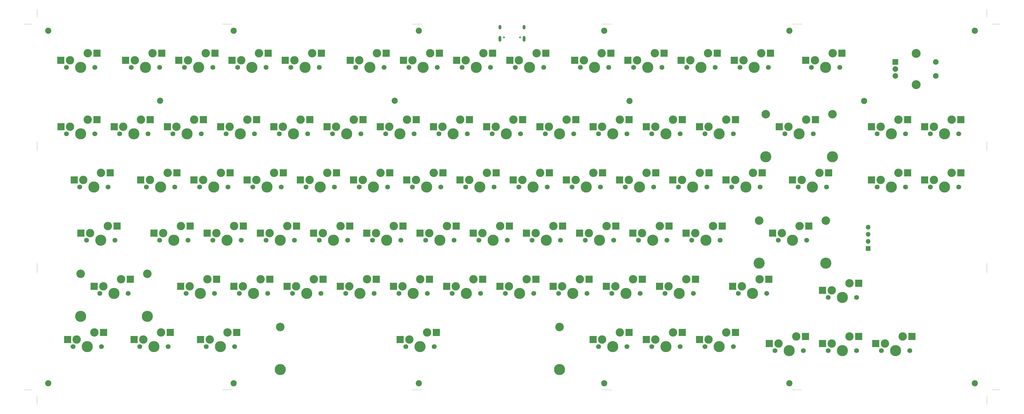
<source format=gbr>
%TF.GenerationSoftware,KiCad,Pcbnew,7.0.9*%
%TF.CreationDate,2024-07-27T11:54:38-04:00*%
%TF.ProjectId,panel,70616e65-6c2e-46b6-9963-61645f706362,0.1*%
%TF.SameCoordinates,Original*%
%TF.FileFunction,Soldermask,Bot*%
%TF.FilePolarity,Negative*%
%FSLAX46Y46*%
G04 Gerber Fmt 4.6, Leading zero omitted, Abs format (unit mm)*
G04 Created by KiCad (PCBNEW 7.0.9) date 2024-07-27 11:54:38*
%MOMM*%
%LPD*%
G01*
G04 APERTURE LIST*
%ADD10C,0.650000*%
%ADD11O,1.000000X2.100000*%
%ADD12O,1.000000X1.600000*%
%ADD13C,0.200000*%
%ADD14C,1.750000*%
%ADD15C,3.000000*%
%ADD16C,3.987800*%
%ADD17R,2.550000X2.500000*%
%ADD18C,2.200000*%
%ADD19R,1.700000X1.700000*%
%ADD20O,1.700000X1.700000*%
%ADD21C,3.048000*%
%ADD22R,2.000000X2.000000*%
%ADD23C,2.000000*%
%ADD24C,3.200000*%
G04 APERTURE END LIST*
D10*
%TO.C,USB1*%
X212878000Y-29736000D03*
X207098000Y-29736000D03*
D11*
X214308000Y-30266000D03*
D12*
X214308000Y-26086000D03*
D11*
X205668000Y-30266000D03*
D12*
X205668000Y-26086000D03*
%TD*%
D13*
%TO.C,KiKit_MB_11_3*%
X244642857Y-156000000D03*
%TD*%
%TO.C,KiKit_MB_20_3*%
X382833333Y-156000000D03*
%TD*%
%TO.C,KiKit_MB_19_5*%
X383666666Y-25000000D03*
%TD*%
%TO.C,KiKit_MB_3_8*%
X380000000Y-70166667D03*
%TD*%
D14*
%TO.C,SW81*%
X340671000Y-83334000D03*
D15*
X341941000Y-80794000D03*
D16*
X345751000Y-83334000D03*
D15*
X348291000Y-78254000D03*
D14*
X350831000Y-83334000D03*
D17*
X338666000Y-80794000D03*
X351593000Y-78254000D03*
%TD*%
D13*
%TO.C,KiKit_MB_7_2*%
X242928571Y-25000000D03*
%TD*%
%TO.C,KiKit_MB_15_6*%
X40000000Y-160583333D03*
%TD*%
D14*
%TO.C,SW14*%
X50477000Y-64293000D03*
D15*
X51747000Y-61753000D03*
D16*
X55557000Y-64293000D03*
D15*
X58097000Y-59213000D03*
D14*
X60637000Y-64293000D03*
D17*
X48472000Y-61753000D03*
X61399000Y-59213000D03*
%TD*%
D14*
%TO.C,SW54*%
X317157000Y-40481000D03*
D15*
X318427000Y-37941000D03*
D16*
X322237000Y-40481000D03*
D15*
X324777000Y-35401000D03*
D14*
X327317000Y-40481000D03*
D17*
X315152000Y-37941000D03*
X328079000Y-35401000D03*
%TD*%
D13*
%TO.C,KiKit_MB_4_8*%
X380000000Y-113833333D03*
%TD*%
D18*
%TO.C,*%
X176646000Y-153630000D03*
%TD*%
D14*
%TO.C,SW33*%
X155252500Y-83343000D03*
D15*
X156522500Y-80803000D03*
D16*
X160332500Y-83343000D03*
D15*
X162872500Y-78263000D03*
D14*
X165412500Y-83343000D03*
D17*
X153247500Y-80803000D03*
X166174500Y-78263000D03*
%TD*%
D13*
%TO.C,KiKit_MB_7_7*%
X245071428Y-25000000D03*
%TD*%
%TO.C,KiKit_MB_7_3*%
X243357142Y-25000000D03*
%TD*%
%TO.C,KiKit_MB_9_6*%
X107357143Y-156000000D03*
%TD*%
D14*
%TO.C,SW34*%
X174302500Y-83343000D03*
D15*
X175572500Y-80803000D03*
D16*
X179382500Y-83343000D03*
D15*
X181922500Y-78263000D03*
D14*
X184462500Y-83343000D03*
D17*
X172297500Y-80803000D03*
X185224500Y-78263000D03*
%TD*%
D13*
%TO.C,KiKit_MB_19_1*%
X382000000Y-25000000D03*
%TD*%
D18*
%TO.C,REF\u002A\u002A*%
X43980000Y-153630000D03*
%TD*%
D14*
%TO.C,SW68*%
X290983500Y-121443000D03*
D15*
X292253500Y-118903000D03*
D16*
X296063500Y-121443000D03*
D15*
X298603500Y-116363000D03*
D14*
X301143500Y-121443000D03*
D17*
X288978500Y-118903000D03*
X301905500Y-116363000D03*
%TD*%
D13*
%TO.C,KiKit_MB_13_3*%
X40000000Y-20833334D03*
%TD*%
D19*
%TO.C,OLED1*%
X337497000Y-105379000D03*
D20*
X337497000Y-102839000D03*
X337497000Y-100299000D03*
X337497000Y-97759000D03*
%TD*%
D13*
%TO.C,KiKit_MB_9_5*%
X107785715Y-156000000D03*
%TD*%
%TO.C,KiKit_MB_20_6*%
X384083333Y-156000000D03*
%TD*%
%TO.C,KiKit_MB_5_8*%
X109500000Y-25000000D03*
%TD*%
%TO.C,KiKit_MB_11_4*%
X244214285Y-156000000D03*
%TD*%
D21*
%TO.C,SW56*%
X55525500Y-114458000D03*
D16*
X55525500Y-129698000D03*
D14*
X62383500Y-121443000D03*
D15*
X63653500Y-118903000D03*
D16*
X67463500Y-121443000D03*
D15*
X70003500Y-116363000D03*
D14*
X72543500Y-121443000D03*
D21*
X79401500Y-114458000D03*
D16*
X79401500Y-129698000D03*
D17*
X60378500Y-118903000D03*
X73305500Y-116363000D03*
%TD*%
D13*
%TO.C,KiKit_MB_10_1*%
X177500000Y-156000000D03*
%TD*%
D14*
%TO.C,SW10*%
X234413000Y-40501000D03*
D15*
X235683000Y-37961000D03*
D16*
X239493000Y-40501000D03*
D15*
X242033000Y-35421000D03*
D14*
X244573000Y-40501000D03*
D17*
X232408000Y-37961000D03*
X245335000Y-35421000D03*
%TD*%
D18*
%TO.C,*%
X110306000Y-27355000D03*
%TD*%
D13*
%TO.C,KiKit_MB_14_7*%
X380000000Y-22500000D03*
%TD*%
%TO.C,KiKit_MB_2_5*%
X40000000Y-112119047D03*
%TD*%
%TO.C,KiKit_MB_18_5*%
X37166667Y-156000000D03*
%TD*%
D14*
%TO.C,SW22*%
X202877000Y-64293000D03*
D15*
X204147000Y-61753000D03*
D16*
X207957000Y-64293000D03*
D15*
X210497000Y-59213000D03*
D14*
X213037000Y-64293000D03*
D17*
X200872000Y-61753000D03*
X213799000Y-59213000D03*
%TD*%
D13*
%TO.C,KiKit_MB_3_3*%
X380000000Y-68023810D03*
%TD*%
%TO.C,KiKit_MB_9_2*%
X109071429Y-156000000D03*
%TD*%
D14*
%TO.C,SW30*%
X98102500Y-83343000D03*
D15*
X99372500Y-80803000D03*
D16*
X103182500Y-83343000D03*
D15*
X105722500Y-78263000D03*
D14*
X108262500Y-83343000D03*
D17*
X96097500Y-80803000D03*
X109024500Y-78263000D03*
%TD*%
D13*
%TO.C,KiKit_MB_10_7*%
X174928572Y-156000000D03*
%TD*%
D18*
%TO.C,*%
X167961000Y-52473000D03*
%TD*%
D13*
%TO.C,KiKit_MB_11_7*%
X242928571Y-156000000D03*
%TD*%
%TO.C,KiKit_MB_20_1*%
X382000000Y-156000000D03*
%TD*%
%TO.C,KiKit_MB_8_5*%
X312214285Y-25000000D03*
%TD*%
D14*
%TO.C,SW36*%
X212402500Y-83343000D03*
D15*
X213672500Y-80803000D03*
D16*
X217482500Y-83343000D03*
D15*
X220022500Y-78263000D03*
D14*
X222562500Y-83343000D03*
D17*
X210397500Y-80803000D03*
X223324500Y-78263000D03*
%TD*%
D13*
%TO.C,KiKit_MB_5_6*%
X108642858Y-25000000D03*
%TD*%
%TO.C,KiKit_MB_1_7*%
X40000000Y-67595239D03*
%TD*%
%TO.C,KiKit_MB_15_2*%
X40000000Y-158916666D03*
%TD*%
D14*
%TO.C,SW59*%
X131439500Y-121443000D03*
D15*
X132709500Y-118903000D03*
D16*
X136519500Y-121443000D03*
D15*
X139059500Y-116363000D03*
D14*
X141599500Y-121443000D03*
D17*
X129434500Y-118903000D03*
X142361500Y-116363000D03*
%TD*%
D14*
%TO.C,SW3*%
X92713000Y-40501000D03*
D15*
X93983000Y-37961000D03*
D16*
X97793000Y-40501000D03*
D15*
X100333000Y-35421000D03*
D14*
X102873000Y-40501000D03*
D17*
X90708000Y-37961000D03*
X103635000Y-35421000D03*
%TD*%
D14*
%TO.C,SW78*%
X323160000Y-141982000D03*
D15*
X324430000Y-139442000D03*
D16*
X328240000Y-141982000D03*
D15*
X330780000Y-136902000D03*
D14*
X333320000Y-141982000D03*
D17*
X321155000Y-139442000D03*
X334082000Y-136902000D03*
%TD*%
D13*
%TO.C,KiKit_MB_6_3*%
X175357143Y-25000000D03*
%TD*%
D14*
%TO.C,SW7*%
X173088000Y-40501000D03*
D15*
X174358000Y-37961000D03*
D16*
X178168000Y-40501000D03*
D15*
X180708000Y-35421000D03*
D14*
X183248000Y-40501000D03*
D17*
X171083000Y-37961000D03*
X184010000Y-35421000D03*
%TD*%
D13*
%TO.C,KiKit_MB_12_6*%
X311357142Y-156000000D03*
%TD*%
D14*
%TO.C,SW62*%
X188589500Y-121443000D03*
D15*
X189859500Y-118903000D03*
D16*
X193669500Y-121443000D03*
D15*
X196209500Y-116363000D03*
D14*
X198749500Y-121443000D03*
D17*
X186584500Y-118903000D03*
X199511500Y-116363000D03*
%TD*%
D13*
%TO.C,KiKit_MB_12_1*%
X313500000Y-156000000D03*
%TD*%
%TO.C,KiKit_MB_12_4*%
X312214285Y-156000000D03*
%TD*%
%TO.C,KiKit_MB_18_4*%
X36750000Y-156000000D03*
%TD*%
%TO.C,KiKit_MB_8_2*%
X310928571Y-25000000D03*
%TD*%
D14*
%TO.C,SW35*%
X193352500Y-83343000D03*
D15*
X194622500Y-80803000D03*
D16*
X198432500Y-83343000D03*
D15*
X200972500Y-78263000D03*
D14*
X203512500Y-83343000D03*
D17*
X191347500Y-80803000D03*
X204274500Y-78263000D03*
%TD*%
D13*
%TO.C,KiKit_MB_2_7*%
X40000000Y-111261904D03*
%TD*%
%TO.C,KiKit_MB_4_7*%
X380000000Y-113404761D03*
%TD*%
%TO.C,KiKit_MB_4_2*%
X380000000Y-111261904D03*
%TD*%
D18*
%TO.C,*%
X252021000Y-52560000D03*
%TD*%
D14*
%TO.C,SW19*%
X145727000Y-64293000D03*
D15*
X146997000Y-61753000D03*
D16*
X150807000Y-64293000D03*
D15*
X153347000Y-59213000D03*
D14*
X155887000Y-64293000D03*
D17*
X143722000Y-61753000D03*
X156649000Y-59213000D03*
%TD*%
D13*
%TO.C,KiKit_MB_7_6*%
X244642857Y-25000000D03*
%TD*%
%TO.C,KiKit_MB_11_5*%
X243785714Y-156000000D03*
%TD*%
D14*
%TO.C,SW76*%
X279076500Y-140493000D03*
D15*
X280346500Y-137953000D03*
D16*
X284156500Y-140493000D03*
D15*
X286696500Y-135413000D03*
D14*
X289236500Y-140493000D03*
D17*
X277071500Y-137953000D03*
X289998500Y-135413000D03*
%TD*%
D14*
%TO.C,SW15*%
X69527000Y-64293000D03*
D15*
X70797000Y-61753000D03*
D16*
X74607000Y-64293000D03*
D15*
X77147000Y-59213000D03*
D14*
X79687000Y-64293000D03*
D17*
X67522000Y-61753000D03*
X80449000Y-59213000D03*
%TD*%
D13*
%TO.C,KiKit_MB_19_4*%
X383250000Y-25000000D03*
%TD*%
D14*
%TO.C,SW53*%
X274314500Y-102393000D03*
D15*
X275584500Y-99853000D03*
D16*
X279394500Y-102393000D03*
D15*
X281934500Y-97313000D03*
D14*
X284474500Y-102393000D03*
D17*
X272309500Y-99853000D03*
X285236500Y-97313000D03*
%TD*%
D13*
%TO.C,KiKit_MB_8_7*%
X313071428Y-25000000D03*
%TD*%
D18*
%TO.C,*%
X375645000Y-153630000D03*
%TD*%
D14*
%TO.C,SW25*%
X260027000Y-64293000D03*
D15*
X261297000Y-61753000D03*
D16*
X265107000Y-64293000D03*
D15*
X267647000Y-59213000D03*
D14*
X270187000Y-64293000D03*
D17*
X258022000Y-61753000D03*
X270949000Y-59213000D03*
%TD*%
D13*
%TO.C,KiKit_MB_13_4*%
X40000000Y-21250000D03*
%TD*%
%TO.C,KiKit_MB_10_3*%
X176642858Y-156000000D03*
%TD*%
%TO.C,KiKit_MB_9_3*%
X108642858Y-156000000D03*
%TD*%
%TO.C,KiKit_MB_3_2*%
X380000000Y-67595239D03*
%TD*%
%TO.C,KiKit_MB_7_8*%
X245500000Y-25000000D03*
%TD*%
D14*
%TO.C,SW5*%
X130813000Y-40501000D03*
D15*
X132083000Y-37961000D03*
D16*
X135893000Y-40501000D03*
D15*
X138433000Y-35421000D03*
D14*
X140973000Y-40501000D03*
D17*
X128808000Y-37961000D03*
X141735000Y-35421000D03*
%TD*%
D13*
%TO.C,KiKit_MB_6_6*%
X176642858Y-25000000D03*
%TD*%
%TO.C,KiKit_MB_9_4*%
X108214286Y-156000000D03*
%TD*%
D14*
%TO.C,SW57*%
X93339500Y-121443000D03*
D15*
X94609500Y-118903000D03*
D16*
X98419500Y-121443000D03*
D15*
X100959500Y-116363000D03*
D14*
X103499500Y-121443000D03*
D17*
X91334500Y-118903000D03*
X104261500Y-116363000D03*
%TD*%
D13*
%TO.C,KiKit_MB_6_8*%
X177500000Y-25000000D03*
%TD*%
%TO.C,KiKit_MB_13_6*%
X40000000Y-22083334D03*
%TD*%
%TO.C,KiKit_MB_16_3*%
X380000000Y-159333333D03*
%TD*%
%TO.C,KiKit_MB_7_4*%
X243785714Y-25000000D03*
%TD*%
D14*
%TO.C,SW38*%
X250502500Y-83343000D03*
D15*
X251772500Y-80803000D03*
D16*
X255582500Y-83343000D03*
D15*
X258122500Y-78263000D03*
D14*
X260662500Y-83343000D03*
D17*
X248497500Y-80803000D03*
X261424500Y-78263000D03*
%TD*%
D13*
%TO.C,KiKit_MB_6_5*%
X176214286Y-25000000D03*
%TD*%
D14*
%TO.C,SW20*%
X164777000Y-64293000D03*
D15*
X166047000Y-61753000D03*
D16*
X169857000Y-64293000D03*
D15*
X172397000Y-59213000D03*
D14*
X174937000Y-64293000D03*
D17*
X162772000Y-61753000D03*
X175699000Y-59213000D03*
%TD*%
D13*
%TO.C,KiKit_MB_11_6*%
X243357142Y-156000000D03*
%TD*%
D14*
%TO.C,SW11*%
X253463000Y-40501000D03*
D15*
X254733000Y-37961000D03*
D16*
X258543000Y-40501000D03*
D15*
X261083000Y-35421000D03*
D14*
X263623000Y-40501000D03*
D17*
X251458000Y-37961000D03*
X264385000Y-35421000D03*
%TD*%
D18*
%TO.C,*%
X43973000Y-27355000D03*
%TD*%
D21*
%TO.C,SW73*%
X127000600Y-133508000D03*
D16*
X127000600Y-148748000D03*
D14*
X171920500Y-140493000D03*
D15*
X173190500Y-137953000D03*
D16*
X177000500Y-140493000D03*
D15*
X179540500Y-135413000D03*
D14*
X182080500Y-140493000D03*
D21*
X227000400Y-133508000D03*
D16*
X227000400Y-148748000D03*
D17*
X169915500Y-137953000D03*
X182842500Y-135413000D03*
%TD*%
D13*
%TO.C,KiKit_MB_2_8*%
X40000000Y-110833333D03*
%TD*%
%TO.C,KiKit_MB_2_2*%
X40000000Y-113404761D03*
%TD*%
%TO.C,KiKit_MB_15_3*%
X40000000Y-159333333D03*
%TD*%
%TO.C,KiKit_MB_6_1*%
X174500000Y-25000000D03*
%TD*%
%TO.C,KiKit_MB_4_3*%
X380000000Y-111690476D03*
%TD*%
%TO.C,KiKit_MB_7_1*%
X242500000Y-25000000D03*
%TD*%
%TO.C,KiKit_MB_14_4*%
X380000000Y-21250000D03*
%TD*%
%TO.C,KiKit_MB_1_1*%
X40000000Y-70166667D03*
%TD*%
D14*
%TO.C,SW74*%
X240976500Y-140493000D03*
D15*
X242246500Y-137953000D03*
D16*
X246056500Y-140493000D03*
D15*
X248596500Y-135413000D03*
D14*
X251136500Y-140493000D03*
D17*
X238971500Y-137953000D03*
X251898500Y-135413000D03*
%TD*%
D18*
%TO.C,*%
X309312000Y-153630000D03*
%TD*%
D13*
%TO.C,KiKit_MB_13_2*%
X40000000Y-20416667D03*
%TD*%
D14*
%TO.C,SW61*%
X169539500Y-121443000D03*
D15*
X170809500Y-118903000D03*
D16*
X174619500Y-121443000D03*
D15*
X177159500Y-116363000D03*
D14*
X179699500Y-121443000D03*
D17*
X167534500Y-118903000D03*
X180461500Y-116363000D03*
%TD*%
D14*
%TO.C,SW80*%
X340671000Y-64284000D03*
D15*
X341941000Y-61744000D03*
D16*
X345751000Y-64284000D03*
D15*
X348291000Y-59204000D03*
D14*
X350831000Y-64284000D03*
D17*
X338666000Y-61744000D03*
X351593000Y-59204000D03*
%TD*%
D13*
%TO.C,KiKit_MB_19_6*%
X384083333Y-25000000D03*
%TD*%
%TO.C,KiKit_MB_4_1*%
X380000000Y-110833333D03*
%TD*%
%TO.C,KiKit_MB_9_8*%
X106500000Y-156000000D03*
%TD*%
%TO.C,KiKit_MB_7_5*%
X244214285Y-25000000D03*
%TD*%
D14*
%TO.C,SW32*%
X136202500Y-83343000D03*
D15*
X137472500Y-80803000D03*
D16*
X141282500Y-83343000D03*
D15*
X143822500Y-78263000D03*
D14*
X146362500Y-83343000D03*
D17*
X134197500Y-80803000D03*
X147124500Y-78263000D03*
%TD*%
D14*
%TO.C,SW42*%
X57620500Y-102393000D03*
D15*
X58890500Y-99853000D03*
D16*
X62700500Y-102393000D03*
D15*
X65240500Y-97313000D03*
D14*
X67780500Y-102393000D03*
D17*
X55615500Y-99853000D03*
X68542500Y-97313000D03*
%TD*%
D18*
%TO.C,*%
X375638000Y-27355000D03*
%TD*%
D13*
%TO.C,KiKit_MB_14_1*%
X380000000Y-20000000D03*
%TD*%
D18*
%TO.C,*%
X242972000Y-27355000D03*
%TD*%
D14*
%TO.C,SW84*%
X342210000Y-141982000D03*
D15*
X343480000Y-139442000D03*
D16*
X347290000Y-141982000D03*
D15*
X349830000Y-136902000D03*
D14*
X352370000Y-141982000D03*
D17*
X340205000Y-139442000D03*
X353132000Y-136902000D03*
%TD*%
D13*
%TO.C,KiKit_MB_14_5*%
X380000000Y-21666667D03*
%TD*%
%TO.C,KiKit_MB_10_4*%
X176214286Y-156000000D03*
%TD*%
%TO.C,KiKit_MB_1_3*%
X40000000Y-69309524D03*
%TD*%
%TO.C,KiKit_MB_17_4*%
X36750000Y-25000000D03*
%TD*%
D14*
%TO.C,SW50*%
X217164500Y-102393000D03*
D15*
X218434500Y-99853000D03*
D16*
X222244500Y-102393000D03*
D15*
X224784500Y-97313000D03*
D14*
X227324500Y-102393000D03*
D17*
X215159500Y-99853000D03*
X228086500Y-97313000D03*
%TD*%
D14*
%TO.C,SW49*%
X198114500Y-102393000D03*
D15*
X199384500Y-99853000D03*
D16*
X203194500Y-102393000D03*
D15*
X205734500Y-97313000D03*
D14*
X208274500Y-102393000D03*
D17*
X196109500Y-99853000D03*
X209036500Y-97313000D03*
%TD*%
D13*
%TO.C,KiKit_MB_17_5*%
X37166667Y-25000000D03*
%TD*%
D14*
%TO.C,SW48*%
X179064500Y-102393000D03*
D15*
X180334500Y-99853000D03*
D16*
X184144500Y-102393000D03*
D15*
X186684500Y-97313000D03*
D14*
X189224500Y-102393000D03*
D17*
X177059500Y-99853000D03*
X189986500Y-97313000D03*
%TD*%
D13*
%TO.C,KiKit_MB_17_2*%
X35916667Y-25000000D03*
%TD*%
%TO.C,KiKit_MB_18_1*%
X35500000Y-156000000D03*
%TD*%
D14*
%TO.C,SW51*%
X236214500Y-102393000D03*
D15*
X237484500Y-99853000D03*
D16*
X241294500Y-102393000D03*
D15*
X243834500Y-97313000D03*
D14*
X246374500Y-102393000D03*
D17*
X234209500Y-99853000D03*
X247136500Y-97313000D03*
%TD*%
D13*
%TO.C,KiKit_MB_18_2*%
X35916667Y-156000000D03*
%TD*%
D21*
%TO.C,SW27*%
X300794000Y-57308000D03*
D16*
X300794000Y-72548000D03*
D14*
X307652000Y-64293000D03*
D15*
X308922000Y-61753000D03*
D16*
X312732000Y-64293000D03*
D15*
X315272000Y-59213000D03*
D14*
X317812000Y-64293000D03*
D21*
X324670000Y-57308000D03*
D16*
X324670000Y-72548000D03*
D17*
X305647000Y-61753000D03*
X318574000Y-59213000D03*
%TD*%
D13*
%TO.C,KiKit_MB_12_8*%
X310500000Y-156000000D03*
%TD*%
%TO.C,KiKit_MB_15_7*%
X40000000Y-161000000D03*
%TD*%
%TO.C,KiKit_MB_14_2*%
X380000000Y-20416667D03*
%TD*%
%TO.C,KiKit_MB_8_8*%
X313500000Y-25000000D03*
%TD*%
%TO.C,KiKit_MB_16_7*%
X380000000Y-161000000D03*
%TD*%
D18*
%TO.C,*%
X83961000Y-52473000D03*
%TD*%
D14*
%TO.C,SW40*%
X288602500Y-83343000D03*
D15*
X289872500Y-80803000D03*
D16*
X293682500Y-83343000D03*
D15*
X296222500Y-78263000D03*
D14*
X298762500Y-83343000D03*
D17*
X286597500Y-80803000D03*
X299524500Y-78263000D03*
%TD*%
D14*
%TO.C,SW39*%
X269552500Y-83343000D03*
D15*
X270822500Y-80803000D03*
D16*
X274632500Y-83343000D03*
D15*
X277172500Y-78263000D03*
D14*
X279712500Y-83343000D03*
D17*
X267547500Y-80803000D03*
X280474500Y-78263000D03*
%TD*%
D13*
%TO.C,KiKit_MB_8_1*%
X310500000Y-25000000D03*
%TD*%
D14*
%TO.C,SW23*%
X221927000Y-64293000D03*
D15*
X223197000Y-61753000D03*
D16*
X227007000Y-64293000D03*
D15*
X229547000Y-59213000D03*
D14*
X232087000Y-64293000D03*
D17*
X219922000Y-61753000D03*
X232849000Y-59213000D03*
%TD*%
D14*
%TO.C,SW2*%
X73663000Y-40501000D03*
D15*
X74933000Y-37961000D03*
D16*
X78743000Y-40501000D03*
D15*
X81283000Y-35421000D03*
D14*
X83823000Y-40501000D03*
D17*
X71658000Y-37961000D03*
X84585000Y-35421000D03*
%TD*%
D13*
%TO.C,KiKit_MB_17_7*%
X38000000Y-25000000D03*
%TD*%
D18*
%TO.C,*%
X309305000Y-27355000D03*
%TD*%
D13*
%TO.C,KiKit_MB_12_3*%
X312642857Y-156000000D03*
%TD*%
D14*
%TO.C,SW70*%
X52856500Y-140493000D03*
D15*
X54126500Y-137953000D03*
D16*
X57936500Y-140493000D03*
D15*
X60476500Y-135413000D03*
D14*
X63016500Y-140493000D03*
D17*
X50851500Y-137953000D03*
X63778500Y-135413000D03*
%TD*%
D13*
%TO.C,KiKit_MB_1_8*%
X40000000Y-67166667D03*
%TD*%
D14*
%TO.C,SW47*%
X160014500Y-102393000D03*
D15*
X161284500Y-99853000D03*
D16*
X165094500Y-102393000D03*
D15*
X167634500Y-97313000D03*
D14*
X170174500Y-102393000D03*
D17*
X158009500Y-99853000D03*
X170936500Y-97313000D03*
%TD*%
D14*
%TO.C,SW71*%
X76669500Y-140493000D03*
D15*
X77939500Y-137953000D03*
D16*
X81749500Y-140493000D03*
D15*
X84289500Y-135413000D03*
D14*
X86829500Y-140493000D03*
D17*
X74664500Y-137953000D03*
X87591500Y-135413000D03*
%TD*%
D13*
%TO.C,KiKit_MB_10_6*%
X175357143Y-156000000D03*
%TD*%
%TO.C,KiKit_MB_3_5*%
X380000000Y-68880953D03*
%TD*%
D14*
%TO.C,SW72*%
X100482500Y-140493000D03*
D15*
X101752500Y-137953000D03*
D16*
X105562500Y-140493000D03*
D15*
X108102500Y-135413000D03*
D14*
X110642500Y-140493000D03*
D17*
X98477500Y-137953000D03*
X111404500Y-135413000D03*
%TD*%
D14*
%TO.C,SW69*%
X323160000Y-122932000D03*
D15*
X324430000Y-120392000D03*
D16*
X328240000Y-122932000D03*
D15*
X330780000Y-117852000D03*
D14*
X333320000Y-122932000D03*
D17*
X321155000Y-120392000D03*
X334082000Y-117852000D03*
%TD*%
D13*
%TO.C,KiKit_MB_17_6*%
X37583334Y-25000000D03*
%TD*%
%TO.C,KiKit_MB_20_2*%
X382416666Y-156000000D03*
%TD*%
%TO.C,KiKit_MB_13_5*%
X40000000Y-21666667D03*
%TD*%
%TO.C,KiKit_MB_9_1*%
X109500000Y-156000000D03*
%TD*%
%TO.C,KiKit_MB_5_4*%
X107785715Y-25000000D03*
%TD*%
%TO.C,KiKit_MB_13_1*%
X40000000Y-20000000D03*
%TD*%
%TO.C,KiKit_MB_2_3*%
X40000000Y-112976190D03*
%TD*%
%TO.C,KiKit_MB_6_2*%
X174928572Y-25000000D03*
%TD*%
D14*
%TO.C,SW13*%
X291563000Y-40501000D03*
D15*
X292833000Y-37961000D03*
D16*
X296643000Y-40501000D03*
D15*
X299183000Y-35421000D03*
D14*
X301723000Y-40501000D03*
D17*
X289558000Y-37961000D03*
X302485000Y-35421000D03*
%TD*%
D13*
%TO.C,KiKit_MB_11_1*%
X245500000Y-156000000D03*
%TD*%
%TO.C,KiKit_MB_12_5*%
X311785714Y-156000000D03*
%TD*%
%TO.C,KiKit_MB_19_7*%
X384500000Y-25000000D03*
%TD*%
D14*
%TO.C,SW65*%
X245739500Y-121443000D03*
D15*
X247009500Y-118903000D03*
D16*
X250819500Y-121443000D03*
D15*
X253359500Y-116363000D03*
D14*
X255899500Y-121443000D03*
D17*
X243734500Y-118903000D03*
X256661500Y-116363000D03*
%TD*%
D14*
%TO.C,SW12*%
X272513000Y-40501000D03*
D15*
X273783000Y-37961000D03*
D16*
X277593000Y-40501000D03*
D15*
X280133000Y-35421000D03*
D14*
X282673000Y-40501000D03*
D17*
X270508000Y-37961000D03*
X283435000Y-35421000D03*
%TD*%
D14*
%TO.C,SW44*%
X102864500Y-102393000D03*
D15*
X104134500Y-99853000D03*
D16*
X107944500Y-102393000D03*
D15*
X110484500Y-97313000D03*
D14*
X113024500Y-102393000D03*
D17*
X100859500Y-99853000D03*
X113786500Y-97313000D03*
%TD*%
D13*
%TO.C,KiKit_MB_15_1*%
X40000000Y-158500000D03*
%TD*%
D14*
%TO.C,SW75*%
X260026500Y-140493000D03*
D15*
X261296500Y-137953000D03*
D16*
X265106500Y-140493000D03*
D15*
X267646500Y-135413000D03*
D14*
X270186500Y-140493000D03*
D17*
X258021500Y-137953000D03*
X270948500Y-135413000D03*
%TD*%
D13*
%TO.C,KiKit_MB_9_7*%
X106928572Y-156000000D03*
%TD*%
D18*
%TO.C,*%
X336021000Y-52560000D03*
%TD*%
D13*
%TO.C,KiKit_MB_12_2*%
X313071428Y-156000000D03*
%TD*%
D22*
%TO.C,ROTARY1*%
X347202000Y-38583000D03*
D23*
X347202000Y-43583000D03*
X347202000Y-41083000D03*
D24*
X354702000Y-35483000D03*
X354702000Y-46683000D03*
D23*
X361702000Y-43583000D03*
X361702000Y-38583000D03*
%TD*%
D13*
%TO.C,KiKit_MB_3_7*%
X380000000Y-69738096D03*
%TD*%
D14*
%TO.C,SW58*%
X112389500Y-121443000D03*
D15*
X113659500Y-118903000D03*
D16*
X117469500Y-121443000D03*
D15*
X120009500Y-116363000D03*
D14*
X122549500Y-121443000D03*
D17*
X110384500Y-118903000D03*
X123311500Y-116363000D03*
%TD*%
D13*
%TO.C,KiKit_MB_20_4*%
X383250000Y-156000000D03*
%TD*%
%TO.C,KiKit_MB_16_5*%
X380000000Y-160166666D03*
%TD*%
%TO.C,KiKit_MB_19_3*%
X382833333Y-25000000D03*
%TD*%
D14*
%TO.C,SW45*%
X121914500Y-102393000D03*
D15*
X123184500Y-99853000D03*
D16*
X126994500Y-102393000D03*
D15*
X129534500Y-97313000D03*
D14*
X132074500Y-102393000D03*
D17*
X119909500Y-99853000D03*
X132836500Y-97313000D03*
%TD*%
D21*
%TO.C,SW55*%
X298412500Y-95408000D03*
D16*
X298412500Y-110648000D03*
D14*
X305270500Y-102393000D03*
D15*
X306540500Y-99853000D03*
D16*
X310350500Y-102393000D03*
D15*
X312890500Y-97313000D03*
D14*
X315430500Y-102393000D03*
D21*
X322288500Y-95408000D03*
D16*
X322288500Y-110648000D03*
D17*
X303265500Y-99853000D03*
X316192500Y-97313000D03*
%TD*%
D18*
%TO.C,*%
X110313000Y-153630000D03*
%TD*%
D13*
%TO.C,KiKit_MB_14_6*%
X380000000Y-22083334D03*
%TD*%
D14*
%TO.C,SW63*%
X207639500Y-121443000D03*
D15*
X208909500Y-118903000D03*
D16*
X212719500Y-121443000D03*
D15*
X215259500Y-116363000D03*
D14*
X217799500Y-121443000D03*
D17*
X205634500Y-118903000D03*
X218561500Y-116363000D03*
%TD*%
D13*
%TO.C,KiKit_MB_8_3*%
X311357142Y-25000000D03*
%TD*%
%TO.C,KiKit_MB_1_2*%
X40000000Y-69738096D03*
%TD*%
%TO.C,KiKit_MB_16_6*%
X380000000Y-160583333D03*
%TD*%
%TO.C,KiKit_MB_17_3*%
X36333334Y-25000000D03*
%TD*%
%TO.C,KiKit_MB_2_6*%
X40000000Y-111690476D03*
%TD*%
D14*
%TO.C,SW52*%
X255264500Y-102393000D03*
D15*
X256534500Y-99853000D03*
D16*
X260344500Y-102393000D03*
D15*
X262884500Y-97313000D03*
D14*
X265424500Y-102393000D03*
D17*
X253259500Y-99853000D03*
X266186500Y-97313000D03*
%TD*%
D13*
%TO.C,KiKit_MB_8_4*%
X311785714Y-25000000D03*
%TD*%
%TO.C,KiKit_MB_5_5*%
X108214286Y-25000000D03*
%TD*%
D14*
%TO.C,SW31*%
X117152500Y-83343000D03*
D15*
X118422500Y-80803000D03*
D16*
X122232500Y-83343000D03*
D15*
X124772500Y-78263000D03*
D14*
X127312500Y-83343000D03*
D17*
X115147500Y-80803000D03*
X128074500Y-78263000D03*
%TD*%
D13*
%TO.C,KiKit_MB_4_5*%
X380000000Y-112547619D03*
%TD*%
D14*
%TO.C,SW21*%
X183827000Y-64293000D03*
D15*
X185097000Y-61753000D03*
D16*
X188907000Y-64293000D03*
D15*
X191447000Y-59213000D03*
D14*
X193987000Y-64293000D03*
D17*
X181822000Y-61753000D03*
X194749000Y-59213000D03*
%TD*%
D13*
%TO.C,KiKit_MB_3_4*%
X380000000Y-68452381D03*
%TD*%
%TO.C,KiKit_MB_15_4*%
X40000000Y-159750000D03*
%TD*%
%TO.C,KiKit_MB_16_4*%
X380000000Y-159750000D03*
%TD*%
D14*
%TO.C,SW43*%
X83814500Y-102393000D03*
D15*
X85084500Y-99853000D03*
D16*
X88894500Y-102393000D03*
D15*
X91434500Y-97313000D03*
D14*
X93974500Y-102393000D03*
D17*
X81809500Y-99853000D03*
X94736500Y-97313000D03*
%TD*%
D14*
%TO.C,SW8*%
X192138000Y-40501000D03*
D15*
X193408000Y-37961000D03*
D16*
X197218000Y-40501000D03*
D15*
X199758000Y-35421000D03*
D14*
X202298000Y-40501000D03*
D17*
X190133000Y-37961000D03*
X203060000Y-35421000D03*
%TD*%
D14*
%TO.C,SW82*%
X359721000Y-64284000D03*
D15*
X360991000Y-61744000D03*
D16*
X364801000Y-64284000D03*
D15*
X367341000Y-59204000D03*
D14*
X369881000Y-64284000D03*
D17*
X357716000Y-61744000D03*
X370643000Y-59204000D03*
%TD*%
D13*
%TO.C,KiKit_MB_11_2*%
X245071428Y-156000000D03*
%TD*%
D14*
%TO.C,SW77*%
X304110000Y-141982000D03*
D15*
X305380000Y-139442000D03*
D16*
X309190000Y-141982000D03*
D15*
X311730000Y-136902000D03*
D14*
X314270000Y-141982000D03*
D17*
X302105000Y-139442000D03*
X315032000Y-136902000D03*
%TD*%
D13*
%TO.C,KiKit_MB_6_4*%
X175785715Y-25000000D03*
%TD*%
D14*
%TO.C,SW29*%
X79052500Y-83343000D03*
D15*
X80322500Y-80803000D03*
D16*
X84132500Y-83343000D03*
D15*
X86672500Y-78263000D03*
D14*
X89212500Y-83343000D03*
D17*
X77047500Y-80803000D03*
X89974500Y-78263000D03*
%TD*%
D14*
%TO.C,SW41*%
X312415500Y-83343000D03*
D15*
X313685500Y-80803000D03*
D16*
X317495500Y-83343000D03*
D15*
X320035500Y-78263000D03*
D14*
X322575500Y-83343000D03*
D17*
X310410500Y-80803000D03*
X323337500Y-78263000D03*
%TD*%
D14*
%TO.C,SW83*%
X359721000Y-83334000D03*
D15*
X360991000Y-80794000D03*
D16*
X364801000Y-83334000D03*
D15*
X367341000Y-78254000D03*
D14*
X369881000Y-83334000D03*
D17*
X357716000Y-80794000D03*
X370643000Y-78254000D03*
%TD*%
D13*
%TO.C,KiKit_MB_4_6*%
X380000000Y-112976190D03*
%TD*%
%TO.C,KiKit_MB_10_2*%
X177071429Y-156000000D03*
%TD*%
%TO.C,KiKit_MB_8_6*%
X312642857Y-25000000D03*
%TD*%
%TO.C,KiKit_MB_20_7*%
X384500000Y-156000000D03*
%TD*%
%TO.C,KiKit_MB_18_6*%
X37583334Y-156000000D03*
%TD*%
%TO.C,KiKit_MB_11_8*%
X242500000Y-156000000D03*
%TD*%
%TO.C,KiKit_MB_4_4*%
X380000000Y-112119047D03*
%TD*%
%TO.C,KiKit_MB_10_5*%
X175785715Y-156000000D03*
%TD*%
%TO.C,KiKit_MB_3_1*%
X380000000Y-67166667D03*
%TD*%
%TO.C,KiKit_MB_2_4*%
X40000000Y-112547619D03*
%TD*%
D14*
%TO.C,SW64*%
X226689500Y-121443000D03*
D15*
X227959500Y-118903000D03*
D16*
X231769500Y-121443000D03*
D15*
X234309500Y-116363000D03*
D14*
X236849500Y-121443000D03*
D17*
X224684500Y-118903000D03*
X237611500Y-116363000D03*
%TD*%
D14*
%TO.C,SW4*%
X111763000Y-40501000D03*
D15*
X113033000Y-37961000D03*
D16*
X116843000Y-40501000D03*
D15*
X119383000Y-35421000D03*
D14*
X121923000Y-40501000D03*
D17*
X109758000Y-37961000D03*
X122685000Y-35421000D03*
%TD*%
D14*
%TO.C,SW26*%
X279077000Y-64293000D03*
D15*
X280347000Y-61753000D03*
D16*
X284157000Y-64293000D03*
D15*
X286697000Y-59213000D03*
D14*
X289237000Y-64293000D03*
D17*
X277072000Y-61753000D03*
X289999000Y-59213000D03*
%TD*%
D13*
%TO.C,KiKit_MB_14_3*%
X380000000Y-20833334D03*
%TD*%
D18*
%TO.C,*%
X242979000Y-153630000D03*
%TD*%
D13*
%TO.C,KiKit_MB_1_4*%
X40000000Y-68880953D03*
%TD*%
%TO.C,KiKit_MB_18_3*%
X36333334Y-156000000D03*
%TD*%
D14*
%TO.C,SW1*%
X50438000Y-40523000D03*
D15*
X51708000Y-37983000D03*
D16*
X55518000Y-40523000D03*
D15*
X58058000Y-35443000D03*
D14*
X60598000Y-40523000D03*
D17*
X48433000Y-37983000D03*
X61360000Y-35443000D03*
%TD*%
D14*
%TO.C,SW6*%
X154038000Y-40501000D03*
D15*
X155308000Y-37961000D03*
D16*
X159118000Y-40501000D03*
D15*
X161658000Y-35421000D03*
D14*
X164198000Y-40501000D03*
D17*
X152033000Y-37961000D03*
X164960000Y-35421000D03*
%TD*%
D13*
%TO.C,KiKit_MB_5_7*%
X109071429Y-25000000D03*
%TD*%
%TO.C,KiKit_MB_1_6*%
X40000000Y-68023810D03*
%TD*%
%TO.C,KiKit_MB_1_5*%
X40000000Y-68452381D03*
%TD*%
%TO.C,KiKit_MB_10_8*%
X174500000Y-156000000D03*
%TD*%
%TO.C,KiKit_MB_13_7*%
X40000000Y-22500000D03*
%TD*%
%TO.C,KiKit_MB_3_6*%
X380000000Y-69309524D03*
%TD*%
D14*
%TO.C,SW66*%
X264789500Y-121443000D03*
D15*
X266059500Y-118903000D03*
D16*
X269869500Y-121443000D03*
D15*
X272409500Y-116363000D03*
D14*
X274949500Y-121443000D03*
D17*
X262784500Y-118903000D03*
X275711500Y-116363000D03*
%TD*%
D13*
%TO.C,KiKit_MB_6_7*%
X177071429Y-25000000D03*
%TD*%
%TO.C,KiKit_MB_19_2*%
X382416666Y-25000000D03*
%TD*%
%TO.C,KiKit_MB_20_5*%
X383666666Y-156000000D03*
%TD*%
%TO.C,KiKit_MB_5_1*%
X106500000Y-25000000D03*
%TD*%
D14*
%TO.C,SW9*%
X211188000Y-40501000D03*
D15*
X212458000Y-37961000D03*
D16*
X216268000Y-40501000D03*
D15*
X218808000Y-35421000D03*
D14*
X221348000Y-40501000D03*
D17*
X209183000Y-37961000D03*
X222110000Y-35421000D03*
%TD*%
D13*
%TO.C,KiKit_MB_17_1*%
X35500000Y-25000000D03*
%TD*%
%TO.C,KiKit_MB_15_5*%
X40000000Y-160166666D03*
%TD*%
%TO.C,KiKit_MB_5_2*%
X106928572Y-25000000D03*
%TD*%
D14*
%TO.C,SW28*%
X55239500Y-83343000D03*
D15*
X56509500Y-80803000D03*
D16*
X60319500Y-83343000D03*
D15*
X62859500Y-78263000D03*
D14*
X65399500Y-83343000D03*
D17*
X53234500Y-80803000D03*
X66161500Y-78263000D03*
%TD*%
D13*
%TO.C,KiKit_MB_2_1*%
X40000000Y-113833333D03*
%TD*%
D14*
%TO.C,SW17*%
X107627000Y-64293000D03*
D15*
X108897000Y-61753000D03*
D16*
X112707000Y-64293000D03*
D15*
X115247000Y-59213000D03*
D14*
X117787000Y-64293000D03*
D17*
X105622000Y-61753000D03*
X118549000Y-59213000D03*
%TD*%
D13*
%TO.C,KiKit_MB_5_3*%
X107357143Y-25000000D03*
%TD*%
D14*
%TO.C,SW60*%
X150489500Y-121443000D03*
D15*
X151759500Y-118903000D03*
D16*
X155569500Y-121443000D03*
D15*
X158109500Y-116363000D03*
D14*
X160649500Y-121443000D03*
D17*
X148484500Y-118903000D03*
X161411500Y-116363000D03*
%TD*%
D14*
%TO.C,SW24*%
X240977000Y-64293000D03*
D15*
X242247000Y-61753000D03*
D16*
X246057000Y-64293000D03*
D15*
X248597000Y-59213000D03*
D14*
X251137000Y-64293000D03*
D17*
X238972000Y-61753000D03*
X251899000Y-59213000D03*
%TD*%
D14*
%TO.C,SW46*%
X140964500Y-102393000D03*
D15*
X142234500Y-99853000D03*
D16*
X146044500Y-102393000D03*
D15*
X148584500Y-97313000D03*
D14*
X151124500Y-102393000D03*
D17*
X138959500Y-99853000D03*
X151886500Y-97313000D03*
%TD*%
D13*
%TO.C,KiKit_MB_18_7*%
X38000000Y-156000000D03*
%TD*%
%TO.C,KiKit_MB_12_7*%
X310928571Y-156000000D03*
%TD*%
%TO.C,KiKit_MB_16_1*%
X380000000Y-158500000D03*
%TD*%
%TO.C,KiKit_MB_16_2*%
X380000000Y-158916666D03*
%TD*%
D14*
%TO.C,SW37*%
X231452500Y-83343000D03*
D15*
X232722500Y-80803000D03*
D16*
X236532500Y-83343000D03*
D15*
X239072500Y-78263000D03*
D14*
X241612500Y-83343000D03*
D17*
X229447500Y-80803000D03*
X242374500Y-78263000D03*
%TD*%
D14*
%TO.C,SW18*%
X126677000Y-64293000D03*
D15*
X127947000Y-61753000D03*
D16*
X131757000Y-64293000D03*
D15*
X134297000Y-59213000D03*
D14*
X136837000Y-64293000D03*
D17*
X124672000Y-61753000D03*
X137599000Y-59213000D03*
%TD*%
D18*
%TO.C,*%
X176639000Y-27355000D03*
%TD*%
D14*
%TO.C,SW16*%
X88577000Y-64293000D03*
D15*
X89847000Y-61753000D03*
D16*
X93657000Y-64293000D03*
D15*
X96197000Y-59213000D03*
D14*
X98737000Y-64293000D03*
D17*
X86572000Y-61753000D03*
X99499000Y-59213000D03*
%TD*%
M02*

</source>
